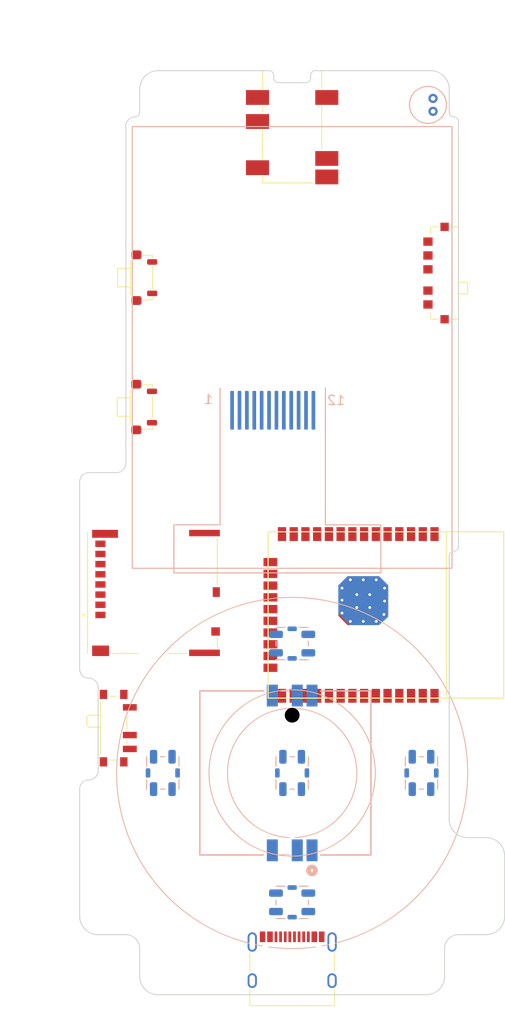
<source format=kicad_pcb>
(kicad_pcb (version 20221018) (generator pcbnew)
  (layers (0 "F.Cu" signal) (1 "In1.Cu" signal) (2 "In2.Cu" signal) (31 "B.Cu" signal) (34 "B.Paste" user) (35 "F.Paste" user) (36 "B.SilkS" user "B.Silkscreen") (37 "F.SilkS" user "F.Silkscreen") (38 "B.Mask" user) (39 "F.Mask" user) (44 "Edge.Cuts" user))
  (net 0 "")
  (net 1 "Net-(Q1-D)")
  (net 2 "GND")
  (net 3 "EN")
  (net 4 "+3V3")
  (net 5 "/Codec/M2+")
  (net 6 "/Codec/M2-")
  (net 7 "/Codec/M1+")
  (net 8 "/Codec/M1-")
  (net 9 "Net-(F1-Pad1)")
  (net 10 "Net-(J1-CC1)")
  (net 11 "D+")
  (net 12 "D-")
  (net 14 "Net-(J1-CC2)")
  (net 16 "/Codec/HP_Detect")
  (net 17 "DAT2_SD")
  (net 18 "DAT3{slash}CS_SD")
  (net 19 "CMD{slash}MOSI_SD")
  (net 20 "CLK_SD")
  (net 21 "DAT0{slash}MISO_SD")
  (net 22 "DAT1_SD")
  (net 23 "SD_DETECT")
  (net 24 "SD_PWR_EN")
  (net 25 "IO0")
  (net 26 "BL_EN")
  (net 27 "CS_SD")
  (net 28 "DISPLAY_RESET")
  (net 29 "SD_SELECT")
  (net 30 "CLK_UC")
  (net 31 "MISO_UC")
  (net 32 "MOSI_UC")
  (net 33 "HEADSET_INT")
  (net 34 "BUTTONS")
  (net 35 "Net-(Q3-G)")
  (net 36 "FUEL_INT")
  (net 37 "ENCODER_2")
  (net 38 "ENCODER_1")
  (net 39 "PWR{slash}HOLD")
  (net 40 "/PSU/PSEN_GATE")
  (net 41 "DISPLAY_DC")
  (net 42 "DISPLAY_CS")
  (net 43 "SCL")
  (net 44 "SDA")
  (net 45 "Net-(J2-VDD)")
  (net 46 "SCLK")
  (net 47 "SDIN")
  (net 48 "LRCK")
  (net 49 "SDOUT")
  (net 50 "MCLK_TXD")
  (net 51 "RXD")
  (net 52 "Net-(J3-PadT)")
  (net 53 "Net-(J3-PadR1)")
  (net 54 "Net-(R1-Pad2)")
  (net 55 "Net-(U1-LEDA)")
  (net 56 "Net-(R5-Pad1)")
  (net 57 "Net-(R6-Pad1)")
  (net 58 "Net-(R7-Pad1)")
  (net 59 "Net-(R10-Pad1)")
  (net 60 "Net-(R13-Pad2)")
  (footprint "Music:TSA002A3816B04" (layer "F.Cu") (at 113.476958 86.4 90)
    (fp_text reference "SW3" hide)
    (fp_text value "Vol-")
    (fp_line (start -2.4 0.4) (end -2.4 1.4) (stroke (width 0.12)) (layer "F.SilkS"))
    (fp_line (start -2.4 1.4) (end -2.2 1.4) (stroke (width 0.12)) (layer "F.SilkS"))
    (fp_line (start -1.2 1.4) (end -0.2 1.4) (stroke (width 0.12)) (layer "F.SilkS"))
    (fp_line (start -1 -2.4) (end -1 -1) (stroke (width 0.12)) (layer "F.SilkS"))
    (fp_line (start -0.2 1.4) (end -1.2 1.4) (stroke (width 0.12)) (layer "F.SilkS"))
    (fp_line (start -0.2 1.4) (end 1.2 1.4) (stroke (width 0.12)) (layer "F.SilkS"))
    (fp_line (start 0 -2.4) (end -1 -2.4) (stroke (width 0.12)) (layer "F.SilkS"))
    (fp_line (start 0 -2.4) (end 1 -2.4) (stroke (width 0.12)) (layer "F.SilkS"))
    (fp_line (start 1 -2.4) (end 1 -1) (stroke (width 0.12)) (layer "F.SilkS"))
    (fp_line (start 1.8 -1) (end -1.8 -1) (stroke (width 0.12)) (layer "F.SilkS"))
    (fp_line (start 2.2 1.4) (end 2.4 1.4) (stroke (width 0.12)) (layer "F.SilkS"))
    (fp_line (start 2.4 1.4) (end 2.4 0.4) (stroke (width 0.12)) (layer "F.SilkS"))
    (pad "" np_thru_hole circle locked (at -0.85 0 90) (size 0.65 0.65) (drill 0.65) (layers "F&B.Cu" "*.Mask"))
    (pad "" np_thru_hole circle locked (at 0.85 0 90) (size 0.65 0.65) (drill 0.65) (layers "F&B.Cu" "*.Mask"))
    (pad "1" smd roundrect locked (at -1.7 1.35 90) (size 0.6 1.1) (layers "F.Cu" "F.Paste" "F.Mask") (net 56 "Net-(R5-Pad1)"))
    (pad "2" smd roundrect locked (at 1.7 1.35 90) (size 0.6 1.1) (layers "F.Cu" "F.Paste" "F.Mask") (net 4 "+3V3"))
    (pad "S" smd roundrect locked (at -2.475 -0.35 90) (size 0.95 1.1) (layers "F.Cu" "F.Paste" "F.Mask"))
    (pad "S" smd roundrect locked (at 2.475 -0.35 90) (size 0.95 1.1) (layers "F.Cu" "F.Paste" "F.Mask"))
  )
  (footprint "Music:MOLEX_503398-1892" (layer "F.Cu") (at 114.875 106.52 90)
    (fp_text reference "J2" hide)
    (fp_text value "Micro_SD_Card_Det1")
    (fp_line (start -6.55 -7.025) (end 6.55 -7.025) (stroke (width 0.127)) (layer "F.SilkS"))
    (fp_line (start -6.55 -4.325) (end -6.55 -1.425) (stroke (width 0.127)) (layer "F.SilkS"))
    (fp_line (start -6.55 1.575) (end -6.55 3.675) (stroke (width 0.127)) (layer "F.SilkS"))
    (fp_line (start -5.876 7.025) (end -4.874 7.025) (stroke (width 0.127)) (layer "F.SilkS"))
    (fp_line (start 0.874 7.025) (end 5.876 7.025) (stroke (width 0.127)) (layer "F.SilkS"))
    (fp_circle (center -2.38 -7.475) (end -2.28 -7.475) (stroke (width 0.2)) (fill none) (layer "F.SilkS"))
    (pad "1" smd rect locked (at -2.38 -5.625 90) (size 0.7 1.1) (layers "F.Cu" "F.Paste" "F.Mask") (net 17 "DAT2_SD"))
    (pad "2" smd rect locked (at -1.28 -5.625 90) (size 0.7 1.1) (layers "F.Cu" "F.Paste" "F.Mask") (net 18 "DAT3{slash}CS_SD"))
    (pad "3" smd rect locked (at -0.18 -5.625 90) (size 0.7 1.1) (layers "F.Cu" "F.Paste" "F.Mask") (net 19 "CMD{slash}MOSI_SD"))
    (pad "4" smd rect locked (at 0.92 -5.625 90) (size 0.7 1.1) (layers "F.Cu" "F.Paste" "F.Mask") (net 45 "Net-(J2-VDD)"))
    (pad "5" smd rect locked (at 2.02 -5.625 90) (size 0.7 1.1) (layers "F.Cu" "F.Paste" "F.Mask") (net 20 "CLK_SD"))
    (pad "6" smd rect locked (at 3.12 -5.625 90) (size 0.7 1.1) (layers "F.Cu" "F.Paste" "F.Mask") (net 2 "GND"))
    (pad "7" smd rect locked (at 4.22 -5.625 90) (size 0.7 1.1) (layers "F.Cu" "F.Paste" "F.Mask") (net 21 "DAT0{slash}MISO_SD"))
    (pad "8" smd rect locked (at 5.32 -5.625 90) (size 0.7 1.1) (layers "F.Cu" "F.Paste" "F.Mask") (net 22 "DAT1_SD"))
    (pad "9" smd rect locked (at -4.17 6.84 90) (size 0.9 0.93) (layers "F.Cu" "F.Paste" "F.Mask") (net 23 "SD_DETECT"))
    (pad "10" smd rect locked (at 0.095 6.915 90) (size 1.05 0.78) (layers "F.Cu" "F.Paste" "F.Mask") (net 2 "GND"))
    (pad "P1" smd rect locked (at -6.26 -5.61 90) (size 1.14 1.83) (layers "F.Cu" "F.Paste" "F.Mask"))
    (pad "P2" smd rect locked (at 6.4 -5.125 90) (size 0.86 2.8) (layers "F.Cu" "F.Paste" "F.Mask"))
    (pad "P3" smd rect locked (at -6.48 5.64 90) (size 0.7 3.33) (layers "F.Cu" "F.Paste" "F.Mask"))
    (pad "P4" smd rect locked (at 6.48 5.64 90) (size 0.7 3.33) (layers "F.Cu" "F.Paste" "F.Mask"))
    (zone (net 0) (net_name "") (layer "F.Cu") (connect_pads (clearance 0)) (min_thickness 0.01)
      (keepout (tracks not_allowed) (vias not_allowed) (pads not_allowed) (copperpour not_allowed) (footprints allowed))
      (fill (thermal_gap 0.508) (thermal_bridge_width 0.508))
      (polygon (pts (xy 113.75 113.35634) (xy 113.749999 112.649999) (xy 116.15118 112.65) (xy 116.15118 113.35634)))
    )
    (zone (net 0) (net_name "") (layer "F.Cu") (connect_pads (clearance 0)) (min_thickness 0.01)
      (keepout (tracks not_allowed) (vias not_allowed) (pads not_allowed) (copperpour not_allowed) (footprints allowed))
      (fill (thermal_gap 0.508) (thermal_bridge_width 0.508))
      (polygon (pts (xy 119.449999 111.76526) (xy 119.45 111.205) (xy 121.613181 111.205) (xy 121.613179 111.765261)))
    )
    (zone (net 0) (net_name "") (layer "F.Cu") (connect_pads (clearance 0)) (min_thickness 0.01)
      (keepout (tracks not_allowed) (vias not_allowed) (pads not_allowed) (copperpour not_allowed) (footprints allowed))
      (fill (thermal_gap 0.508) (thermal_bridge_width 0.508))
      (polygon (pts (xy 121.250001 109.742509) (xy 121.249999 109.190001) (xy 121.805399 109.19) (xy 121.8054 109.742509)))
    )
    (zone (net 0) (net_name "") (layer "F.Cu") (connect_pads (clearance 0)) (min_thickness 0.0001)
      (keepout (tracks not_allowed) (vias not_allowed) (pads not_allowed) (copperpour not_allowed) (footprints allowed))
      (fill (thermal_gap 0.508) (thermal_bridge_width 0.508))
      (polygon (pts (xy 111.15 109.69) (xy 116.15 109.690001) (xy 116.149999 110.34) (xy 118.749999 110.34) (xy 118.750001 105.95) (xy 119.999999 105.949999) (xy 120 108.25) (xy 122.18 108.25) (xy 122.179999 106.949999) (xy 121.4 106.95) (xy 121.399999 100.389999) (xy 118.85 100.39) (xy 118.849999 99.690001) (xy 111.15 99.69)))
    )
  )
  (footprint "Music:U263-163N-4OS1735" (layer "F.Cu") (at 130 147.4)
    (fp_text reference "J1" hide)
    (fp_text value "USB_C_Receptacle_USB2.0")
    (fp_line (start -4.58 -1.85) (end -4.58 0.07) (stroke (width 0.12)) (layer "F.SilkS"))
    (fp_line (start -4.58 3.785) (end -4.58 2.08) (stroke (width 0.12)) (layer "F.SilkS"))
    (fp_line (start 4.58 0.07) (end 4.58 -1.85) (stroke (width 0.12)) (layer "F.SilkS"))
    (fp_line (start 4.58 2.08) (end 4.58 3.785) (stroke (width 0.12)) (layer "F.SilkS"))
    (fp_line (start 4.58 3.785) (end -4.58 3.785) (stroke (width 0.12)) (layer "F.SilkS"))
    (pad "" np_thru_hole circle locked (at -2.89 -2.605) (size 0.65 0.65) (drill 0.65) (layers "*.Cu" "*.Mask"))
    (pad "" np_thru_hole circle locked (at 2.89 -2.605) (size 0.65 0.65) (drill 0.65) (layers "*.Cu" "*.Mask"))
    (pad "A1" smd rect locked (at -3.35 -3.67) (size 0.3 1.15) (layers "F.Cu" "F.Paste" "F.Mask") (net 2 "GND"))
    (pad "A4" smd rect locked (at -2.55 -3.67) (size 0.3 1.15) (layers "F.Cu" "F.Paste" "F.Mask") (net 9 "Net-(F1-Pad1)"))
    (pad "A5" smd rect locked (at -1.25 -3.67) (size 0.3 1.15) (layers "F.Cu" "F.Paste" "F.Mask") (net 10 "Net-(J1-CC1)"))
    (pad "A6" smd rect locked (at -0.25 -3.67) (size 0.3 1.15) (layers "F.Cu" "F.Paste" "F.Mask") (net 11 "D+"))
    (pad "A7" smd rect locked (at 0.25 -3.67) (size 0.3 1.15) (layers "F.Cu" "F.Paste" "F.Mask") (net 12 "D-"))
    (pad "A8" smd rect locked (at 1.25 -3.67) (size 0.3 1.15) (layers "F.Cu" "F.Paste" "F.Mask"))
    (pad "A9" smd rect locked (at 2.55 -3.67) (size 0.3 1.15) (layers "F.Cu" "F.Paste" "F.Mask") (net 9 "Net-(F1-Pad1)"))
    (pad "A12" smd rect locked (at 3.35 -3.67) (size 0.3 1.15) (layers "F.Cu" "F.Paste" "F.Mask") (net 2 "GND"))
    (pad "B1" smd rect locked (at 3.05 -3.67) (size 0.3 1.15) (layers "F.Cu" "F.Paste" "F.Mask") (net 2 "GND"))
    (pad "B4" smd rect locked (at 2.25 -3.67) (size 0.3 1.15) (layers "F.Cu" "F.Paste" "F.Mask") (net 9 "Net-(F1-Pad1)"))
    (pad "B5" smd rect locked (at 1.75 -3.67) (size 0.3 1.15) (layers "F.Cu" "F.Paste" "F.Mask") (net 14 "Net-(J1-CC2)"))
    (pad "B6" smd rect locked (at 0.75 -3.67) (size 0.3 1.15) (layers "F.Cu" "F.Paste" "F.Mask") (net 11 "D+"))
    (pad "B7" smd rect locked (at -0.75 -3.67) (size 0.3 1.15) (layers "F.Cu" "F.Paste" "F.Mask") (net 12 "D-"))
    (pad "B8" smd rect locked (at -1.75 -3.67) (size 0.3 1.15) (layers "F.Cu" "F.Paste" "F.Mask"))
    (pad "B9" smd rect locked (at -2.25 -3.67) (size 0.3 1.15) (layers "F.Cu" "F.Paste" "F.Mask") (net 9 "Net-(F1-Pad1)"))
    (pad "B12" smd rect locked (at -3.05 -3.67) (size 0.3 1.15) (layers "F.Cu" "F.Paste" "F.Mask") (net 2 "GND"))
    (pad "S1" thru_hole oval locked (at -4.32 -3.105) (size 1 2.1) (drill oval 0.6 1.7) (layers "*.Cu" "*.Mask") (net 2 "GND"))
    (pad "S1" thru_hole oval locked (at -4.32 1.075) (size 1 1.6) (drill oval 0.6 1.2) (layers "*.Cu" "*.Mask") (net 2 "GND"))
    (pad "S1" thru_hole oval locked (at 4.32 -3.105) (size 1 2.1) (drill oval 0.6 1.7) (layers "*.Cu" "*.Mask") (net 2 "GND"))
    (pad "S1" thru_hole oval locked (at 4.32 1.075) (size 1 1.6) (drill oval 0.6 1.2) (layers "*.Cu" "*.Mask") (net 2 "GND"))
  )
  (footprint "Music:TSA002A3816B04" (layer "F.Cu") (at 113.5 72.4 90)
    (fp_text reference "SW1" hide)
    (fp_text value "Vol+")
    (fp_line (start -2.4 0.4) (end -2.4 1.4) (stroke (width 0.12)) (layer "F.SilkS"))
    (fp_line (start -2.4 1.4) (end -2.2 1.4) (stroke (width 0.12)) (layer "F.SilkS"))
    (fp_line (start -1.2 1.4) (end -0.2 1.4) (stroke (width 0.12)) (layer "F.SilkS"))
    (fp_line (start -1 -2.4) (end -1 -1) (stroke (width 0.12)) (layer "F.SilkS"))
    (fp_line (start -0.2 1.4) (end -1.2 1.4) (stroke (width 0.12)) (layer "F.SilkS"))
    (fp_line (start -0.2 1.4) (end 1.2 1.4) (stroke (width 0.12)) (layer "F.SilkS"))
    (fp_line (start 0 -2.4) (end -1 -2.4) (stroke (width 0.12)) (layer "F.SilkS"))
    (fp_line (start 0 -2.4) (end 1 -2.4) (stroke (width 0.12)) (layer "F.SilkS"))
    (fp_line (start 1 -2.4) (end 1 -1) (stroke (width 0.12)) (layer "F.SilkS"))
    (fp_line (start 1.8 -1) (end -1.8 -1) (stroke (width 0.12)) (layer "F.SilkS"))
    (fp_line (start 2.2 1.4) (end 2.4 1.4) (stroke (width 0.12)) (layer "F.SilkS"))
    (fp_line (start 2.4 1.4) (end 2.4 0.4) (stroke (width 0.12)) (layer "F.SilkS"))
    (pad "" np_thru_hole circle locked (at -0.85 0 90) (size 0.65 0.65) (drill 0.65) (layers "F&B.Cu" "*.Mask"))
    (pad "" np_thru_hole circle locked (at 0.85 0 90) (size 0.65 0.65) (drill 0.65) (layers "F&B.Cu" "*.Mask"))
    (pad "1" smd roundrect locked (at -1.7 1.35 90) (size 0.6 1.1) (layers "F.Cu" "F.Paste" "F.Mask") (net 54 "Net-(R1-Pad2)"))
    (pad "2" smd roundrect locked (at 1.7 1.35 90) (size 0.6 1.1) (layers "F.Cu" "F.Paste" "F.Mask") (net 4 "+3V3"))
    (pad "S" smd roundrect locked (at -2.475 -0.35 90) (size 0.95 1.1) (layers "F.Cu" "F.Paste" "F.Mask"))
    (pad "S" smd roundrect locked (at 2.475 -0.35 90) (size 0.95 1.1) (layers "F.Cu" "F.Paste" "F.Mask"))
  )
  (footprint "Music:SK-3393M-G1" (layer "F.Cu") (at 146.5 71.9 -90)
    (fp_text reference "U3" hide)
    (fp_text value "Sk-3393")
    (fp_line (start -5 -1.5) (end 5 -1.5) (stroke (width 0.12)) (layer "F.SilkS"))
    (fp_line (start -5 -0.75) (end -5 -1.5) (stroke (width 0.12)) (layer "F.SilkS"))
    (fp_line (start -5 0.75) (end -5 1.5) (stroke (width 0.12)) (layer "F.SilkS"))
    (fp_line (start -5 1.5) (end -4.25 1.5) (stroke (width 0.12)) (layer "F.SilkS"))
    (fp_line (start 5 -1.5) (end 5 -0.75) (stroke (width 0.12)) (layer "F.SilkS"))
    (fp_line (start 5 0.75) (end 5 1.5) (stroke (width 0.12)) (layer "F.SilkS"))
    (fp_line (start 5 1.5) (end 4.25 1.5) (stroke (width 0.12)) (layer "F.SilkS"))
    (fp_rect (start 1 -2.5) (end 2.25 -1.5) (stroke (width 0.12)) (fill none) (layer "F.SilkS"))
    (pad "" np_thru_hole circle locked (at -3 0 270) (size 1 1) (drill 1) (layers "F&B.Cu"))
    (pad "" np_thru_hole circle locked (at 3 0 270) (size 1 1) (drill 1) (layers "F&B.Cu"))
    (pad "1" smd rect locked (at -3.4 1.8 270) (size 0.9 1) (layers "F.Cu" "F.Paste" "F.Mask") (net 2 "GND"))
    (pad "2" smd rect locked (at -1.9 1.8 270) (size 0.9 1) (layers "F.Cu" "F.Paste" "F.Mask"))
    (pad "3,4" smd rect locked (at -0.4 1.8 270) (size 0.9 1) (layers "F.Cu" "F.Paste" "F.Mask") (net 39 "PWR{slash}HOLD"))
    (pad "3,4" smd rect locked (at 1.9 1.8 270) (size 0.9 1) (layers "F.Cu" "F.Paste" "F.Mask") (net 39 "PWR{slash}HOLD"))
    (pad "5" smd rect locked (at 3.4 1.8 270) (size 0.9 1) (layers "F.Cu" "F.Paste" "F.Mask") (net 60 "Net-(R13-Pad2)"))
    (pad "6,7" smd rect locked (at -5 0 270) (size 0.9 0.9) (layers "F.Cu" "F.Paste" "F.Mask") (net 2 "GND"))
    (pad "6,7" smd rect locked (at 5 0 270) (size 0.9 0.9) (layers "F.Cu" "F.Paste" "F.Mask") (net 2 "GND"))
  )
  (footprint "Music:ESP32-WROOM-32E" (layer "F.Cu") (at 137.155001 108.9 -90)
    (fp_text reference "U5" hide)
    (fp_text value "ESP32-WROOM-32E__16MB_")
    (fp_line (start -9 -15.745) (end 9 -15.745) (stroke (width 0.127)) (layer "F.SilkS"))
    (fp_line (start -9 -9.555) (end -9 -15.745) (stroke (width 0.127)) (layer "F.SilkS"))
    (fp_line (start -9 -9.555) (end -9 9.755) (stroke (width 0.127)) (layer "F.SilkS"))
    (fp_line (start -9 9.755) (end 9 9.755) (stroke (width 0.127)) (layer "F.SilkS"))
    (fp_line (start 9 -15.745) (end 9 -9.555) (stroke (width 0.127)) (layer "F.SilkS"))
    (fp_line (start 9 -9.555) (end -9 -9.555) (stroke (width 0.127)) (layer "F.SilkS"))
    (fp_line (start 9 9.755) (end 9 -9.555) (stroke (width 0.127)) (layer "F.SilkS"))
    (pad "1" smd rect locked (at -8.75 -8.255 270) (size 1.5 0.9) (layers "F.Cu" "F.Paste" "F.Mask") (net 2 "GND"))
    (pad "2" smd rect locked (at -8.75 -6.985 270) (size 1.5 0.9) (layers "F.Cu" "F.Paste" "F.Mask") (net 4 "+3V3"))
    (pad "3" smd rect locked (at -8.75 -5.715 270) (size 1.5 0.9) (layers "F.Cu" "F.Paste" "F.Mask") (net 3 "EN"))
    (pad "4" smd rect locked (at -8.75 -4.445 270) (size 1.5 0.9) (layers "F.Cu" "F.Paste" "F.Mask") (net 39 "PWR{slash}HOLD"))
    (pad "5" smd rect locked (at -8.75 -3.175 270) (size 1.5 0.9) (layers "F.Cu" "F.Paste" "F.Mask") (net 33 "HEADSET_INT"))
    (pad "6" smd rect locked (at -8.75 -1.905 270) (size 1.5 0.9) (layers "F.Cu" "F.Paste" "F.Mask") (net 36 "FUEL_INT"))
    (pad "7" smd rect locked (at -8.75 -0.635 270) (size 1.5 0.9) (layers "F.Cu" "F.Paste" "F.Mask") (net 23 "SD_DETECT"))
    (pad "8" smd rect locked (at -8.75 0.635 270) (size 1.5 0.9) (layers "F.Cu" "F.Paste" "F.Mask") (net 43 "SCL"))
    (pad "9" smd rect locked (at -8.75 1.905 270) (size 1.5 0.9) (layers "F.Cu" "F.Paste" "F.Mask") (net 44 "SDA"))
    (pad "10" smd rect locked (at -8.75 3.175 270) (size 1.5 0.9) (layers "F.Cu" "F.Paste" "F.Mask") (net 49 "SDOUT"))
    (pad "11" smd rect locked (at -8.75 4.445 270) (size 1.5 0.9) (layers "F.Cu" "F.Paste" "F.Mask") (net 48 "LRCK"))
    (pad "12" smd rect locked (at -8.75 5.715 270) (size 1.5 0.9) (layers "F.Cu" "F.Paste" "F.Mask") (net 47 "SDIN"))
    (pad "13" smd rect locked (at -8.75 6.985 270) (size 1.5 0.9) (layers "F.Cu" "F.Paste" "F.Mask") (net 28 "DISPLAY_RESET"))
    (pad "14" smd rect locked (at -8.75 8.255 270) (size 1.5 0.9) (layers "F.Cu" "F.Paste" "F.Mask") (net 46 "SCLK"))
    (pad "15" smd rect locked (at -5.715 9.505) (size 1.5 0.9) (layers "F.Cu" "F.Paste" "F.Mask") (net 2 "GND"))
    (pad "15" smd rect locked (at -2.9 -1.935 270) (size 0.9 0.9) (layers "F.Cu" "F.Paste" "F.Mask") (net 2 "GND"))
    (pad "15" smd rect locked (at -2.9 -0.535 270) (size 0.9 0.9) (layers "F.Cu" "F.Paste" "F.Mask") (net 2 "GND"))
    (pad "15" smd rect locked (at -2.9 0.865 270) (size 0.9 0.9) (layers "F.Cu" "F.Paste" "F.Mask") (net 2 "GND"))
    (pad "15" smd rect locked (at -1.5 -1.935 270) (size 0.9 0.9) (layers "F.Cu" "F.Paste" "F.Mask") (net 2 "GND"))
    (pad "15" smd rect locked (at -1.5 -0.535 270) (size 0.9 0.9) (layers "F.Cu" "F.Paste" "F.Mask") (net 2 "GND"))
    (pad "15" smd rect locked (at -1.5 0.865 270) (size 0.9 0.9) (layers "F.Cu" "F.Paste" "F.Mask") (net 2 "GND"))
    (pad "15" smd rect locked (at -0.1 -1.935 270) (size 0.9 0.9) (layers "F.Cu" "F.Paste" "F.Mask") (net 2 "GND"))
    (pad "15" smd rect locked (at -0.1 -0.535 270) (size 0.9 0.9) (layers "F.Cu" "F.Paste" "F.Mask") (net 2 "GND"))
    (pad "15" smd rect locked (at -0.1 0.865 270) (size 0.9 0.9) (layers "F.Cu" "F.Paste" "F.Mask") (net 2 "GND"))
    (pad "16" smd rect locked (at -4.445 9.505) (size 1.5 0.9) (layers "F.Cu" "F.Paste" "F.Mask") (net 42 "DISPLAY_CS"))
    (pad "17" smd rect locked (at -3.175 9.505) (size 1.5 0.9) (layers "F.Cu" "F.Paste" "F.Mask"))
    (pad "18" smd rect locked (at -1.905 9.505) (size 1.5 0.9) (layers "F.Cu" "F.Paste" "F.Mask"))
    (pad "19" smd rect locked (at -0.635 9.505) (size 1.5 0.9) (layers "F.Cu" "F.Paste" "F.Mask"))
    (pad "20" smd rect locked (at 0.635 9.505) (size 1.5 0.9) (layers "F.Cu" "F.Paste" "F.Mask"))
    (pad "21" smd rect locked (at 1.905 9.505) (size 1.5 0.9) (layers "F.Cu" "F.Paste" "F.Mask"))
    (pad "22" smd rect locked (at 3.175 9.505) (size 1.5 0.9) (layers "F.Cu" "F.Paste" "F.Mask"))
    (pad "23" smd rect locked (at 4.445 9.505) (size 1.5 0.9) (layers "F.Cu" "F.Paste" "F.Mask") (net 41 "DISPLAY_DC"))
    (pad "24" smd rect locked (at 5.715 9.505) (size 1.5 0.9) (layers "F.Cu" "F.Paste" "F.Mask") (net 26 "BL_EN"))
    (pad "25" smd rect locked (at 8.75 8.255 90) (size 1.5 0.9) (layers "F.Cu" "F.Paste" "F.Mask") (net 25 "IO0"))
    (pad "26" smd rect locked (at 8.75 6.985 90) (size 1.5 0.9) (layers "F.Cu" "F.Paste" "F.Mask") (net 34 "BUTTONS"))
    (pad "27" smd rect locked (at 8.75 5.715 90) (size 1.5 0.9) (layers "F.Cu" "F.Paste" "F.Mask") (net 38 "ENCODER_1"))
    (pad "28" smd rect locked (at 8.75 4.445 90) (size 1.5 0.9) (layers "F.Cu" "F.Paste" "F.Mask") (net 37 "ENCODER_2"))
    (pad "29" smd rect locked (at 8.75 3.175 90) (size 1.5 0.9) (layers "F.Cu" "F.Paste" "F.Mask") (net 27 "CS_SD"))
    (pad "30" smd rect locked (at 8.75 1.905 90) (size 1.5 0.9) (layers "F.Cu" "F.Paste" "F.Mask") (net 30 "CLK_UC"))
    (pad "31" smd rect locked (at 8.75 0.635 90) (size 1.5 0.9) (layers "F.Cu" "F.Paste" "F.Mask") (net 31 "MISO_UC"))
    (pad "32" smd rect locked (at 8.75 -0.635 90) (size 1.5 0.9) (layers "F.Cu" "F.Paste" "F.Mask"))
    (pad "33" smd rect locked (at 8.75 -1.905 90) (size 1.5 0.9) (layers "F.Cu" "F.Paste" "F.Mask") (net 29 "SD_SELECT"))
    (pad "34" smd rect locked (at 8.75 -3.175 90) (size 1.5 0.9) (layers "F.Cu" "F.Paste" "F.Mask") (net 50 "MCLK_TXD"))
    (pad "35" smd rect locked (at 8.75 -4.445 90) (size 1.5 0.9) (layers "F.Cu" "F.Paste" "F.Mask") (net 51 "RXD"))
    (pad "36" smd rect locked (at 8.75 -5.715 90) (size 1.5 0.9) (layers "F.Cu" "F.Paste" "F.Mask") (net 24 "SD_PWR_EN"))
    (pad "37" smd rect locked (at 8.75 -6.985 90) (size 1.5 0.9) (layers "F.Cu" "F.Paste" "F.Mask") (net 32 "MOSI_UC"))
    (pad "38" smd rect locked (at 8.75 -8.255 90) (size 1.5 0.9) (layers "F.Cu" "F.Paste" "F.Mask") (net 2 "GND"))
    (zone (net 0) (net_name "") (layers "*.Cu") (connect_pads (clearance 0)) (min_thickness 0.01)
      (keepout (tracks not_allowed) (vias not_allowed) (pads not_allowed) (copperpour not_allowed) (footprints allowed))
      (fill (thermal_gap 0.508) (thermal_bridge_width 0.508))
      (polygon (pts (xy 152.900001 84.9) (xy 152.9 132.900001) (xy 146.709999 132.899998) (xy 146.710001 84.900003)))
    )
  )
  (footprint "Button_Switch_SMD:SW_SPDT_PCM12" (layer "F.Cu") (at 111 121.15 -90)
    (fp_text reference "SW9" hide)
    (fp_text value "Power")
    (fp_line (start -3.45 -0.07) (end -3.45 0.72) (stroke (width 0.12)) (layer "F.SilkS"))
    (fp_line (start -2.85 1.73) (end 2.85 1.73) (stroke (width 0.12)) (layer "F.SilkS"))
    (fp_line (start -1.6 -1.12) (end 0.1 -1.12) (stroke (width 0.12)) (layer "F.SilkS"))
    (fp_line (start -1.4 1.73) (end -1.4 3.02) (stroke (width 0.12)) (layer "F.SilkS"))
    (fp_line (start -1.4 3.02) (end -1.2 3.23) (stroke (width 0.12)) (layer "F.SilkS"))
    (fp_line (start -1.2 3.23) (end -0.3 3.23) (stroke (width 0.12)) (layer "F.SilkS"))
    (fp_line (start -0.1 3.02) (end -0.3 3.23) (stroke (width 0.12)) (layer "F.SilkS"))
    (fp_line (start -0.1 3.02) (end -0.1 1.73) (stroke (width 0.12)) (layer "F.SilkS"))
    (fp_line (start 1.4 -1.12) (end 1.6 -1.12) (stroke (width 0.12)) (layer "F.SilkS"))
    (fp_line (start 3.45 0.72) (end 3.45 -0.07) (stroke (width 0.12)) (layer "F.SilkS"))
    (pad "" smd rect locked (at -3.65 -0.78 270) (size 1 0.8) (layers "F.Cu" "F.Paste" "F.Mask"))
    (pad "" smd rect locked (at -3.65 1.43 270) (size 1 0.8) (layers "F.Cu" "F.Paste" "F.Mask"))
    (pad "" np_thru_hole circle locked (at -1.5 0.33 270) (size 0.9 0.9) (drill 0.9) (layers "*.Cu" "*.Mask"))
    (pad "" np_thru_hole circle locked (at 1.5 0.33 270) (size 0.9 0.9) (drill 0.9) (layers "*.Cu" "*.Mask"))
    (pad "" smd rect locked (at 3.65 -0.78 270) (size 1 0.8) (layers "F.Cu" "F.Paste" "F.Mask"))
    (pad "" smd rect locked (at 3.65 1.43 270) (size 1 0.8) (layers "F.Cu" "F.Paste" "F.Mask"))
    (pad "1" smd rect locked (at -2.25 -1.43 270) (size 0.7 1.5) (layers "F.Cu" "F.Paste" "F.Mask") (net 2 "GND"))
    (pad "2" smd rect locked (at 0.75 -1.43 270) (size 0.7 1.5) (layers "F.Cu" "F.Paste" "F.Mask") (net 35 "Net-(Q3-G)"))
    (pad "3" smd rect locked (at 2.25 -1.43 270) (size 0.7 1.5) (layers "F.Cu" "F.Paste" "F.Mask") (net 40 "/PSU/PSEN_GATE"))
  )
  (footprint "Music:PJ-316A-6A" (layer "F.Cu") (at 130 50)
    (fp_text reference "J3" hide)
    (fp_text value "PJ-316A-6A")
    (fp_line (start -3.2 0) (end -3.2 1.95) (stroke (width 0.12)) (layer "F.SilkS"))
    (fp_line (start -3.2 3.85) (end -3.2 4.55) (stroke (width 0.12)) (layer "F.SilkS"))
    (fp_line (start -3.2 6.45) (end -3.2 9.55) (stroke (width 0.12)) (layer "F.SilkS"))
    (fp_line (start -3.2 12.15) (end -3.2 11.45) (stroke (width 0.12)) (layer "F.SilkS"))
    (fp_line (start 2.3 12.15) (end -3.2 12.15) (stroke (width 0.12)) (layer "F.SilkS"))
    (fp_line (start 3.2 0) (end 3.2 1.95) (stroke (width 0.12)) (layer "F.SilkS"))
    (fp_line (start 3.2 3.85) (end 3.2 8.5) (stroke (width 0.12)) (layer "F.SilkS"))
    (pad "" np_thru_hole circle locked (at 0 10.6) (size 1.4 1.4) (drill 1.4) (layers "F&B.Cu" "*.Mask"))
    (pad "R1" smd trapezoid locked (at -3.75 5.5) (size 2.5 1.6) (layers "F.Cu" "F.Paste" "F.Mask") (net 53 "Net-(J3-PadR1)"))
    (pad "R1N" smd trapezoid locked (at -3.75 10.5) (size 2.5 1.6) (layers "F.Cu" "F.Paste" "F.Mask"))
    (pad "R2" smd trapezoid locked (at 3.75 2.9) (size 2.5 1.6) (layers "F.Cu" "F.Paste" "F.Mask") (net 8 "/Codec/M1-"))
    (pad "S" smd trapezoid locked (at -3.75 2.9) (size 2.5 1.6) (layers "F.Cu" "F.Paste" "F.Mask") (net 7 "/Codec/M1+"))
    (pad "T" smd trapezoid locked (at 3.75 9.5) (size 2.5 1.6) (layers "F.Cu" "F.Paste" "F.Mask") (net 52 "Net-(J3-PadT)"))
    (pad "TN" smd trapezoid locked (at 3.75 11.5) (size 2.5 1.6) (layers "F.Cu" "F.Paste" "F.Mask") (net 16 "/Codec/HP_Detect"))
  )
  (footprint "Music:TS3315A" (layer "B.Cu") (at 144 126 -90)
    (fp_text reference "SW5" hide)
    (fp_text value "RW")
    (fp_line (start -1.75 -0.25) (end -1.75 0.25) (stroke (width 0.12)) (layer "B.SilkS"))
    (fp_line (start -0.75 -1.75) (end -1.75 -1.75) (stroke (width 0.12)) (layer "B.SilkS"))
    (fp_line (start -0.75 1.75) (end -1.75 1.75) (stroke (width 0.12)) (layer "B.SilkS"))
    (fp_line (start 0.75 -1.75) (end 1.75 -1.75) (stroke (width 0.12)) (layer "B.SilkS"))
    (fp_line (start 1.75 -0.25) (end 1.75 0.25) (stroke (width 0.12)) (layer "B.SilkS"))
    (fp_line (start 1.75 1.75) (end 0.75 1.75) (stroke (width 0.12)) (layer "B.SilkS"))
    (pad "1" smd roundrect locked (at -1.75 1 270) (size 1.5 0.8) (layers "B.Cu" "B.Paste" "B.Mask") (net 58 "Net-(R7-Pad1)"))
    (pad "1" smd roundrect locked (at 1.75 1 270) (size 1.5 0.8) (layers "B.Cu" "B.Paste" "B.Mask") (net 58 "Net-(R7-Pad1)"))
    (pad "2" smd roundrect locked (at -1.75 -1 270) (size 1.5 0.8) (layers "B.Cu" "B.Paste" "B.Mask") (net 4 "+3V3"))
    (pad "2" smd roundrect locked (at 1.75 -1 270) (size 1.5 0.8) (layers "B.Cu" "B.Paste" "B.Mask") (net 4 "+3V3"))
    (pad "S" smd roundrect locked (at 0 -1.6 270) (size 1 0.5) (layers "B.Cu" "B.Paste" "B.Mask"))
    (pad "S" smd roundrect locked (at 0 1.6 270) (size 1 0.5) (layers "B.Cu" "B.Paste" "B.Mask"))
  )
  (footprint "Music:GMI4015P-2C-66db" (layer "B.Cu") (at 144.7 53.7)
    (fp_text reference "MK1" hide)
    (fp_text value "GMI4015P-2C-66db")
    (fp_circle (center 0 0) (end -2 0) (stroke (width 0.12)) (fill none) (layer "B.SilkS"))
    (pad "1" thru_hole circle locked (at 0.55 0.7) (size 1 1) (drill 0.5) (layers "*.Cu" "*.Mask") (net 6 "/Codec/M2-"))
    (pad "2" thru_hole circle locked (at 0.55 -0.7) (size 1 1) (drill 0.5) (layers "*.Cu" "*.Mask") (net 5 "/Codec/M2+"))
  )
  (footprint "Music:TFT020-2_same_side" (layer "B.Cu") (at 128.5 81.65 180)
    (fp_text reference "U1" hide)
    (fp_text value "ST7889 2\" LCD")
    (fp_text user "12" (at -7.3 -4.6 unlocked) (layer "B.SilkS") (effects (justify left bottom mirror)))
    (fp_text user "1" (at 7 -4.5 unlocked) (layer "B.SilkS") (effects (justify left bottom mirror)))
    (fp_line (start -11.1 -22.7) (end 11.3 -22.7) (stroke (width 0.12)) (layer "B.SilkS"))
    (fp_line (start -11.1 -22.2) (end -11.1 -22.7) (stroke (width 0.12)) (layer "B.SilkS"))
    (fp_line (start -11.1 -17.5) (end -11.1 -22.2) (stroke (width 0.12)) (layer "B.SilkS"))
    (fp_line (start -5.1 -17.5) (end -11.1 -17.5) (stroke (width 0.12)) (layer "B.SilkS"))
    (fp_line (start -5.1 -13.2) (end -5.1 -17.5) (stroke (width 0.12)) (layer "B.SilkS"))
    (fp_line (start -5.1 -13.2) (end -5.1 -2.7) (stroke (width 0.12)) (layer "B.SilkS"))
    (fp_line (start 6.3 -17.5) (end 11.3 -17.5) (stroke (width 0.12)) (layer "B.SilkS"))
    (fp_line (start 6.3 -13.2) (end 6.3 -17.5) (stroke (width 0.12)) (layer "B.SilkS"))
    (fp_line (start 6.3 -13.2) (end 6.3 -2.7) (stroke (width 0.12)) (layer "B.SilkS"))
    (fp_line (start 11.3 -22.7) (end 11.3 -22.2) (stroke (width 0.12)) (layer "B.SilkS"))
    (fp_line (start 11.3 -17.5) (end 11.3 -22.2) (stroke (width 0.12)) (layer "B.SilkS"))
    (fp_rect (start -18.8 25.6) (end 15.8 -22.2) (stroke (width 0.12)) (fill none) (layer "B.SilkS"))
    (pad "1" smd roundrect locked (at 5 -5.1) (size 0.4 4.2) (layers "B.Cu" "B.Mask") (net 2 "GND"))
    (pad "2" smd roundrect locked (at 4.2 -5.1) (size 0.4 4.2) (layers "B.Cu" "B.Mask") (net 1 "Net-(Q1-D)"))
    (pad "3" smd roundrect locked (at 3.4 -5.1) (size 0.4 4.2) (layers "B.Cu" "B.Mask") (net 55 "Net-(U1-LEDA)"))
    (pad "4" smd roundrect locked (at 2.6 -5.1) (size 0.4 4.2) (layers "B.Cu" "B.Mask") (net 4 "+3V3"))
    (pad "5" smd roundrect locked (at 1.8 -5.1) (size 0.4 4.2) (layers "B.Cu" "B.Mask") (net 2 "GND"))
    (pad "6" smd roundrect locked (at 1 -5.1) (size 0.4 4.2) (layers "B.Cu" "B.Mask") (net 2 "GND"))
    (pad "7" smd roundrect locked (at 0.2 -5.1) (size 0.4 4.2) (layers "B.Cu" "B.Mask") (net 41 "DISPLAY_DC"))
    (pad "8" smd roundrect locked (at -0.6 -5.1) (size 0.4 4.2) (layers "B.Cu" "B.Mask") (net 42 "DISPLAY_CS"))
    (pad "9" smd roundrect locked (at -1.4 -5.1) (size 0.4 4.2) (layers "B.Cu" "B.Mask") (net 30 "CLK_UC"))
    (pad "10" smd roundrect locked (at -2.2 -5.1) (size 0.4 4.2) (layers "B.Cu" "B.Mask") (net 32 "MOSI_UC"))
    (pad "11" smd roundrect locked (at -3 -5.1) (size 0.4 4.2) (layers "B.Cu" "B.Mask") (net 28 "DISPLAY_RESET"))
    (pad "12" smd roundrect locked (at -3.8 -5.1) (size 0.4 4.2) (layers "B.Cu" "B.Mask") (net 2 "GND"))
  )
  (footprint "Music:TS3315A" (layer "B.Cu") (at 130 126 -90)
    (fp_text reference "SW2" hide)
    (fp_text value "Select" hide)
    (fp_line (start -1.75 -0.25) (end -1.75 0.25) (stroke (width 0.12)) (layer "B.SilkS"))
    (fp_line (start -0.75 -1.75) (end -1.75 -1.75) (stroke (width 0.12)) (layer "B.SilkS"))
    (fp_line (start -0.75 1.75) (end -1.75 1.75) (stroke (width 0.12)) (layer "B.SilkS"))
    (fp_line (start 0.75 -1.75) (end 1.75 -1.75) (stroke (width 0.12)) (layer "B.SilkS"))
    (fp_line (start 1.75 -0.25) (end 1.75 0.25) (stroke (width 0.12)) (layer "B.SilkS"))
    (fp_line (start 1.75 1.75) (end 0.75 1.75) (stroke (width 0.12)) (layer "B.SilkS"))
    (pad "1" smd roundrect locked (at -1.75 1 270) (size 1.5 0.8) (layers "B.Cu" "B.Paste" "B.Mask") (net 25 "IO0"))
    (pad "1" smd roundrect locked (at 1.75 1 270) (size 1.5 0.8) (layers "B.Cu" "B.Paste" "B.Mask") (net 25 "IO0"))
    (pad "2" smd roundrect locked (at -1.75 -1 270) (size 1.5 0.8) (layers "B.Cu" "B.Paste" "B.Mask") (net 2 "GND"))
    (pad "2" smd roundrect locked (at 1.75 -1 270) (size 1.5 0.8) (layers "B.Cu" "B.Paste" "B.Mask") (net 2 "GND"))
    (pad "S" smd roundrect locked (at 0 -1.6 270) (size 1 0.5) (layers "B.Cu" "B.Paste" "B.Mask"))
    (pad "S" smd roundrect locked (at 0 1.6 270) (size 1 0.5) (layers "B.Cu" "B.Paste" "B.Mask"))
  )
  (footprint "Music:TS3315A" (layer "B.Cu") (at 130 140 180)
    (fp_text reference "SW4" hide)
    (fp_text value "PP")
    (fp_line (start -1.75 -0.25) (end -1.75 0.25) (stroke (width 0.12)) (layer "B.SilkS"))
    (fp_line (start -0.75 -1.75) (end -1.75 -1.75) (stroke (width 0.12)) (layer "B.SilkS"))
    (fp_line (start -0.75 1.75) (end -1.75 1.75) (stroke (width 0.12)) (layer "B.SilkS"))
    (fp_line (start 0.75 -1.75) (end 1.75 -1.75) (stroke (width 0.12)) (layer "B.SilkS"))
    (fp_line (start 1.75 -0.25) (end 1.75 0.25) (stroke (width 0.12)) (layer "B.SilkS"))
    (fp_line (start 1.75 1.75) (end 0.75 1.75) (stroke (width 0.12)) (layer "B.SilkS"))
    (pad "1" smd roundrect locked (at -1.75 1 180) (size 1.5 0.8) (layers "B.Cu" "B.Paste" "B.Mask") (net 57 "Net-(R6-Pad1)"))
    (pad "1" smd roundrect locked (at 1.75 1 180) (size 1.5 0.8) (layers "B.Cu" "B.Paste" "B.Mask") (net 57 "Net-(R6-Pad1)"))
    (pad "2" smd roundrect locked (at -1.75 -1 180) (size 1.5 0.8) (layers "B.Cu" "B.Paste" "B.Mask") (net 4 "+3V3"))
    (pad "2" smd roundrect locked (at 1.75 -1 180) (size 1.5 0.8) (layers "B.Cu" "B.Paste" "B.Mask") (net 4 "+3V3"))
    (pad "S" smd roundrect locked (at 0 -1.6 180) (size 1 0.5) (layers "B.Cu" "B.Paste" "B.Mask"))
    (pad "S" smd roundrect locked (at 0 1.6 180) (size 1 0.5) (layers "B.Cu" "B.Paste" "B.Mask"))
  )
  (footprint "Music:TS3315A" (layer "B.Cu") (at 116 126 90)
    (fp_text reference "SW6" hide)
    (fp_text value "FF" hide)
    (fp_line (start -1.75 -0.25) (end -1.75 0.25) (stroke (width 0.12)) (layer "B.SilkS"))
    (fp_line (start -0.75 -1.75) (end -1.75 -1.75) (stroke (width 0.12)) (layer "B.SilkS"))
    (fp_line (start -0.75 1.75) (end -1.75 1.75) (stroke (width 0.12)) (layer "B.SilkS"))
    (fp_line (start 0.75 -1.75) (end 1.75 -1.75) (stroke (width 0.12)) (layer "B.SilkS"))
    (fp_line (start 1.75 -0.25) (end 1.75 0.25) (stroke (width 0.12)) (layer "B.SilkS"))
    (fp_line (start 1.75 1.75) (end 0.75 1.75) (stroke (width 0.12)) (layer "B.SilkS"))
    (pad "1" smd roundrect locked (at -1.75 1 90) (size 1.5 0.8) (layers "B.Cu" "B.Paste" "B.Mask") (net 59 "Net-(R10-Pad1)"))
    (pad "1" smd roundrect locked (at 1.75 1 90) (size 1.5 0.8) (layers "B.Cu" "B.Paste" "B.Mask") (net 59 "Net-(R10-Pad1)"))
    (pad "2" smd roundrect locked (at -1.75 -1 90) (size 1.5 0.8) (layers "B.Cu" "B.Paste" "B.Mask") (net 4 "+3V3"))
    (pad "2" smd roundrect locked (at 1.75 -1 90) (size 1.5 0.8) (layers "B.Cu" "B.Paste" "B.Mask") (net 4 "+3V3"))
    (pad "S" smd roundrect locked (at 0 -1.6 90) (size 1 0.5) (layers "B.Cu" "B.Paste" "B.Mask"))
    (pad "S" smd roundrect locked (at 0 1.6 90) (size 1 0.5) (layers "B.Cu" "B.Paste" "B.Mask"))
  )
  (footprint "Music:SRGP400200_ALPS" (layer "B.Cu") (at 130 126 90)
    (fp_text reference "U4" hide)
    (fp_text value "SRGP400200")
    (fp_line (start -8.8773 -9.98645) (end 8.8773 -9.98645) (stroke (width 0.1524)) (layer "B.SilkS"))
    (fp_line (start -8.8773 -3.076492) (end -8.8773 -9.98645) (stroke (width 0.1524)) (layer "B.SilkS"))
    (fp_line (start -8.8773 -0.376492) (end -8.8773 -1.217212) (stroke (width 0.1524)) (layer "B.SilkS"))
    (fp_line (start -8.8773 8.53015) (end -8.8773 3.08279) (stroke (width 0.1524)) (layer "B.SilkS"))
    (fp_line (start 8.8773 -9.98645) (end 8.8773 -3.076492) (stroke (width 0.1524)) (layer "B.SilkS"))
    (fp_line (start 8.8773 -1.217212) (end 8.8773 -0.376492) (stroke (width 0.1524)) (layer "B.SilkS"))
    (fp_line (start 8.8773 3.08279) (end 8.8773 8.53015) (stroke (width 0.1524)) (layer "B.SilkS"))
    (fp_line (start 8.8773 8.53015) (end -8.8773 8.53015) (stroke (width 0.1524)) (layer "B.SilkS"))
    (fp_circle (center -10.55 2.153149) (end -10.931 2.153149) (stroke (width 0.508)) (fill none) (layer "B.SilkS"))
    (pad "" np_thru_hole circle locked (at -6.25 0.003149 90) (size 1.6002 1.6002) (drill 1.6002) (layers "F&B.Cu" "*.Mask"))
    (pad "" np_thru_hole circle locked (at 6.25 0.003149 90) (size 1.6002 1.6002) (drill 1.6002) (layers))
    (pad "1" smd rect locked (at -8.375002 2.15315 90) (size 2.3622 1.1938) (layers "B.Cu" "B.Paste" "B.Mask") (net 38 "ENCODER_1"))
    (pad "2" smd rect locked (at -8.375002 0.553148 90) (size 2.3622 1.1938) (layers "B.Cu" "B.Paste" "B.Mask") (net 2 "GND"))
    (pad "3" smd rect locked (at -8.375002 -2.146852 90) (size 2.3622 1.1938) (layers "B.Cu" "B.Paste" "B.Mask") (net 37 "ENCODER_2"))
    (pad "4" smd rect locked (at 8.375002 -2.146852 90) (size 2.3622 1.1938) (layers "B.Cu" "B.Paste" "B.Mask") (net 37 "ENCODER_2"))
    (pad "5" smd rect locked (at 8.375002 0.553148 90) (size 2.3622 1.1938) (layers "B.Cu" "B.Paste" "B.Mask") (net 38 "ENCODER_1"))
    (pad "6" smd rect locked (at 8.375002 2.15315 90) (size 2.3622 1.1938) (layers "B.Cu" "B.Paste" "B.Mask") (net 2 "GND"))
  )
  (footprint "Music:TS3315A" (layer "B.Cu") (at 130 112)
    (fp_text reference "SW7" hide)
    (fp_text value "HOME" hide)
    (fp_line (start -1.75 -0.25) (end -1.75 0.25) (stroke (width 0.12)) (layer "B.SilkS"))
    (fp_line (start -0.75 -1.75) (end -1.75 -1.75) (stroke (width 0.12)) (layer "B.SilkS"))
    (fp_line (start -0.75 1.75) (end -1.75 1.75) (stroke (width 0.12)) (layer "B.SilkS"))
    (fp_line (start 0.75 -1.75) (end 1.75 -1.75) (stroke (width 0.12)) (layer "B.SilkS"))
    (fp_line (start 1.75 -0.25) (end 1.75 0.25) (stroke (width 0.12)) (layer "B.SilkS"))
    (fp_line (start 1.75 1.75) (end 0.75 1.75) (stroke (width 0.12)) (layer "B.SilkS"))
    (pad "1" smd roundrect locked (at -1.75 1) (size 1.5 0.8) (layers "B.Cu" "B.Paste" "B.Mask") (net 34 "BUTTONS"))
    (pad "1" smd roundrect locked (at 1.75 1) (size 1.5 0.8) (layers "B.Cu" "B.Paste" "B.Mask") (net 34 "BUTTONS"))
    (pad "2" smd roundrect locked (at -1.75 -1) (size 1.5 0.8) (layers "B.Cu" "B.Paste" "B.Mask") (net 4 "+3V3"))
    (pad "2" smd roundrect locked (at 1.75 -1) (size 1.5 0.8) (layers "B.Cu" "B.Paste" "B.Mask") (net 4 "+3V3"))
    (pad "S" smd roundrect locked (at 0 -1.6) (size 1 0.5) (layers "B.Cu" "B.Paste" "B.Mask"))
    (pad "S" smd roundrect locked (at 0 1.6) (size 1 0.5) (layers "B.Cu" "B.Paste" "B.Mask"))
  )
  (gr_circle locked (center 130 126) (end 111 126) (stroke (width 0.1)) (fill none) (layer "B.SilkS"))
  (gr_circle locked (center 130 126) (end 121 126) (stroke (width 0.1)) (fill none) (layer "B.SilkS"))
  (gr_circle locked (center 130 126) (end 123 126) (stroke (width 0.1)) (fill none) (layer "B.SilkS"))
  (gr_line locked (start 111 93.5) (end 108 93.5) (stroke (width 0.1)) (layer "Edge.Cuts"))
  (gr_line locked (start 146.500001 147.999995) (end 146.499999 144.999996) (stroke (width 0.1)) (layer "Edge.Cuts"))
  (gr_arc locked (start 107 127.75) (mid 107.292893 127.042893) (end 108 126.75) (stroke (width 0.1)) (layer "Edge.Cuts"))
  (gr_arc locked (start 107 94.5) (mid 107.292893 93.792893) (end 108 93.5) (stroke (width 0.1)) (layer "Edge.Cuts"))
  (gr_arc locked (start 148 101.5) (mid 147.853553 101.853553) (end 147.5 102) (stroke (width 0.1)) (layer "Edge.Cuts"))
  (gr_arc locked (start 132 50.8) (mid 131.853553 51.153553) (end 131.5 51.3) (stroke (width 0.1)) (layer "Edge.Cuts"))
  (gr_arc locked (start 109.000004 143.499997) (mid 107.585789 142.914211) (end 107.000003 141.499996) (stroke (width 0.1)) (layer "Edge.Cuts"))
  (gr_line locked (start 113.5 52) (end 113.5 54.5) (stroke (width 0.1)) (layer "Edge.Cuts"))
  (gr_line locked (start 148 86.5) (end 148 101.5) (stroke (width 0.1)) (layer "Edge.Cuts"))
  (gr_arc locked (start 149 133) (mid 147.585786 132.414214) (end 147 131) (stroke (width 0.1)) (layer "Edge.Cuts"))
  (gr_arc locked (start 112 56) (mid 112.292893 55.292894) (end 112.999998 55) (stroke (width 0.1)) (layer "Edge.Cuts"))
  (gr_arc locked (start 108 115.75) (mid 108.707107 116.042893) (end 109 116.75) (stroke (width 0.1)) (layer "Edge.Cuts"))
  (gr_arc locked (start 108 115.75) (mid 107.292893 115.457107) (end 107 114.75) (stroke (width 0.1)) (layer "Edge.Cuts"))
  (gr_arc locked (start 109 125.75) (mid 108.707107 126.457107) (end 108 126.75) (stroke (width 0.1)) (layer "Edge.Cuts"))
  (gr_arc locked (start 147.5 55) (mid 147.146447 54.853553) (end 147 54.5) (stroke (width 0.1)) (layer "Edge.Cuts"))
  (gr_line locked (start 107.000003 141.499996) (end 107 127.75) (stroke (width 0.1)) (layer "Edge.Cuts"))
  (gr_arc locked (start 146.5 144.999996) (mid 146.939341 143.939339) (end 147.999998 143.5) (stroke (width 0.1)) (layer "Edge.Cuts"))
  (gr_arc locked (start 151 133) (mid 152.414214 133.585786) (end 153 135) (stroke (width 0.1)) (layer "Edge.Cuts"))
  (gr_line locked (start 115.5 50) (end 127.5 50) (stroke (width 0.1)) (layer "Edge.Cuts"))
  (gr_arc locked (start 112.000004 143.5) (mid 113.060661 143.939341) (end 113.5 144.999998) (stroke (width 0.1)) (layer "Edge.Cuts"))
  (gr_line locked (start 148 86.5) (end 147.999999 57) (stroke (width 0.1)) (layer "Edge.Cuts"))
  (gr_line locked (start 147 131) (end 147 102.5) (stroke (width 0.1)) (layer "Edge.Cuts"))
  (gr_line locked (start 131.5 51.3) (end 128.5 51.3) (stroke (width 0.1)) (layer "Edge.Cuts"))
  (gr_arc locked (start 146.499998 147.999995) (mid 145.914213 149.414212) (end 144.499996 149.999998) (stroke (width 0.1)) (layer "Edge.Cuts"))
  (gr_arc locked (start 115.500004 149.999996) (mid 114.085789 149.414211) (end 113.500002 147.999996) (stroke (width 0.1)) (layer "Edge.Cuts"))
  (gr_line locked (start 148 55.5) (end 147.999999 57) (stroke (width 0.1)) (layer "Edge.Cuts"))
  (gr_line locked (start 152.999996 141.499996) (end 153 135) (stroke (width 0.1)) (layer "Edge.Cuts"))
  (gr_arc locked (start 127.5 50) (mid 127.853553 50.146447) (end 128 50.5) (stroke (width 0.1)) (layer "Edge.Cuts"))
  (gr_line locked (start 109 125.75) (end 109 116.75) (stroke (width 0.1)) (layer "Edge.Cuts"))
  (gr_line locked (start 151 133) (end 149 133) (stroke (width 0.1)) (layer "Edge.Cuts"))
  (gr_line locked (start 132 50.8) (end 132 50.5) (stroke (width 0.1)) (layer "Edge.Cuts"))
  (gr_arc locked (start 147 102.5) (mid 147.146447 102.146447) (end 147.5 102) (stroke (width 0.1)) (layer "Edge.Cuts"))
  (gr_line locked (start 148.000001 143.5) (end 150.999998 143.5) (stroke (width 0.1)) (layer "Edge.Cuts"))
  (gr_line locked (start 144.999999 50) (end 132.5 50) (stroke (width 0.1)) (layer "Edge.Cuts"))
  (gr_arc locked (start 113.5 54.5) (mid 113.353553 54.853554) (end 112.999998 55) (stroke (width 0.1)) (layer "Edge.Cuts"))
  (gr_arc locked (start 132 50.5) (mid 132.146447 50.146447) (end 132.5 50) (stroke (width 0.1)) (layer "Edge.Cuts"))
  (gr_line locked (start 147 52) (end 147 54.5) (stroke (width 0.1)) (layer "Edge.Cuts"))
  (gr_line locked (start 112 92.5) (end 112 56) (stroke (width 0.1)) (layer "Edge.Cuts"))
  (gr_arc locked (start 113.5 52) (mid 114.085786 50.585786) (end 115.5 50) (stroke (width 0.1)) (layer "Edge.Cuts"))
  (gr_line locked (start 109.000004 143.5) (end 112.000004 143.499999) (stroke (width 0.1)) (layer "Edge.Cuts"))
  (gr_arc locked (start 147.5 55) (mid 147.853553 55.146447) (end 148 55.5) (stroke (width 0.1)) (layer "Edge.Cuts"))
  (gr_line locked (start 113.5 144.999997) (end 113.499999 147.999996) (stroke (width 0.1)) (layer "Edge.Cuts"))
  (gr_arc locked (start 144.999999 50) (mid 146.414213 50.585785) (end 147 51.999998) (stroke (width 0.1)) (layer "Edge.Cuts"))
  (gr_arc locked (start 128.5 51.3) (mid 128.146447 51.153553) (end 128 50.8) (stroke (width 0.1)) (layer "Edge.Cuts"))
  (gr_line locked (start 115.500004 149.999996) (end 144.499996 149.999998) (stroke (width 0.1)) (layer "Edge.Cuts"))
  (gr_arc locked (start 152.999996 141.499996) (mid 152.41421 142.914211) (end 150.999994 143.499998) (stroke (width 0.1)) (layer "Edge.Cuts"))
  (gr_line locked (start 107 114.75) (end 107 94.5) (stroke (width 0.1)) (layer "Edge.Cuts"))
  (gr_arc locked (start 112 92.5) (mid 111.707107 93.207107) (end 111 93.5) (stroke (width 0.1)) (layer "Edge.Cuts"))
  (gr_line locked (start 128 50.8) (end 128 50.5) (stroke (width 0.1)) (layer "Edge.Cuts"))
  (via locked (at 139.1 109.6) (size 0.6) (drill 0.3) (layers "F.Cu" "B.Cu") (net 2))
  (via locked (at 140 107.4) (size 0.6) (drill 0.3) (layers "F.Cu" "B.Cu") (net 2))
  (via locked (at 136.3 109.6) (size 0.6) (drill 0.3) (layers "F.Cu" "B.Cu") (net 2))
  (via locked (at 136.3 105.1) (size 0.6) (drill 0.3) (layers "F.Cu" "B.Cu") (net 2))
  (via locked (at 137.7 109.6) (size 0.6) (drill 0.3) (layers "F.Cu" "B.Cu") (net 2))
  (via locked (at 139.1 105.1) (size 0.6) (drill 0.3) (layers "F.Cu" "B.Cu") (net 2))
  (via locked (at 137 106.7) (size 0.6) (drill 0.3) (layers "F.Cu" "B.Cu") (net 2))
  (via locked (at 138.4 108.1) (size 0.6) (drill 0.3) (layers "F.Cu" "B.Cu") (net 2))
  (via locked (at 135.4 107.3) (size 0.6) (drill 0.3) (layers "F.Cu" "B.Cu") (net 2))
  (via locked (at 138.4 106.7) (size 0.6) (drill 0.3) (layers "F.Cu" "B.Cu") (net 2))
  (via locked (at 135.4 106) (size 0.6) (drill 0.3) (layers "F.Cu" "B.Cu") (net 2))
  (via locked (at 139.931751 108.85) (size 0.6) (drill 0.3) (layers "F.Cu" "B.Cu") (net 2))
  (via locked (at 137.7 105.1) (size 0.6) (drill 0.3) (layers "F.Cu" "B.Cu") (net 2))
  (via locked (at 135.4 108.7) (size 0.6) (drill 0.3) (layers "F.Cu" "B.Cu") (net 2))
  (via locked (at 140 106) (size 0.6) (drill 0.3) (layers "F.Cu" "B.Cu") (net 2))
  (via locked (at 137 108.1) (size 0.6) (drill 0.3) (layers "F.Cu" "B.Cu") (net 2))
  (zone locked (net 2) (net_name "GND") (layers "F&B.Cu") (priority 2) (connect_pads yes (clearance 0.5)) (min_thickness 0.25) (fill yes (thermal_gap 0.5) (thermal_bridge_width 0.5))
    (polygon (pts (xy 136 110) (xy 135 109) (xy 135 105.7) (xy 136 104.7) (xy 139.4 104.7) (xy 140.4 105.7) (xy 140.4 109.1) (xy 139.4 110)))
  )
)
</source>
